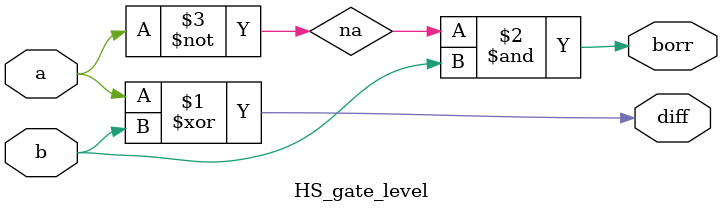
<source format=v>
`timescale 1ns / 1ps


module HS_gate_level(
    input a,
    input b,
    output diff,
    output borr
    );
    wire na;
    xor x1(diff,a,b);
    not n1(na,a);
    and a1(borr,na,b);
endmodule

</source>
